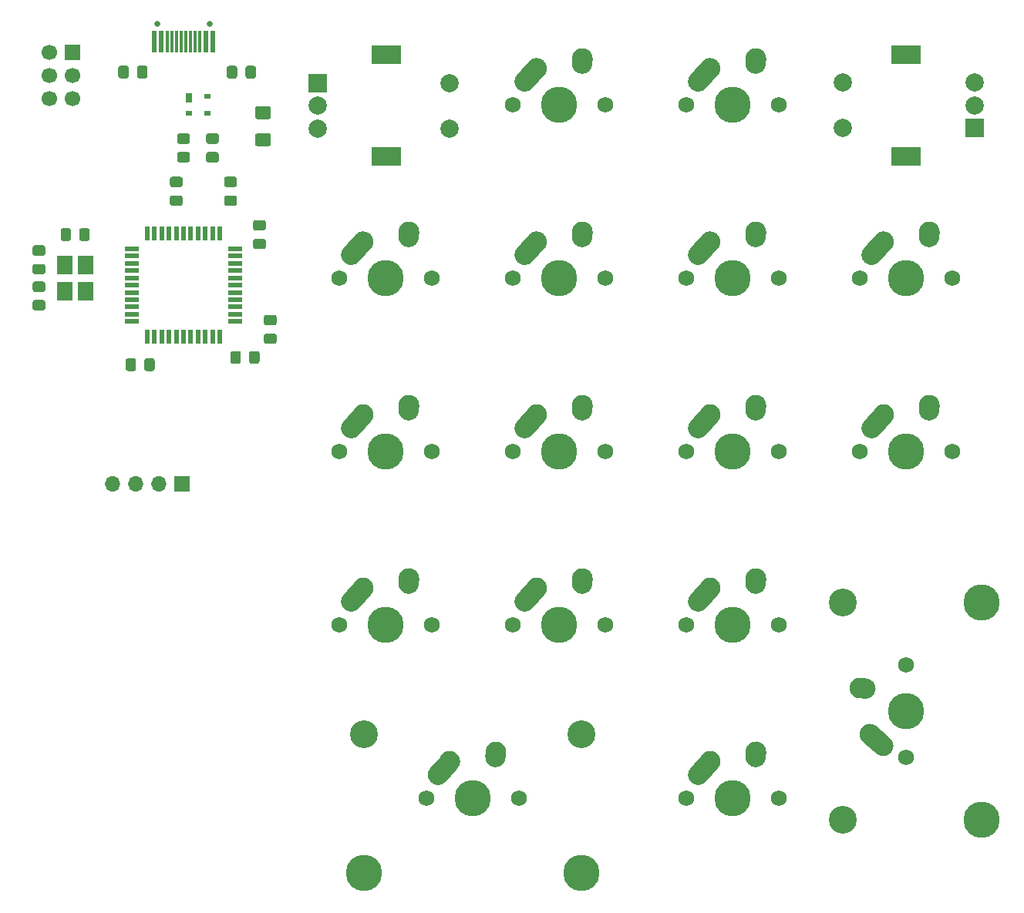
<source format=gbr>
G04 #@! TF.GenerationSoftware,KiCad,Pcbnew,(5.1.9)-1*
G04 #@! TF.CreationDate,2021-05-12T14:45:45+02:00*
G04 #@! TF.ProjectId,RotPad,526f7450-6164-42e6-9b69-6361645f7063,rev?*
G04 #@! TF.SameCoordinates,Original*
G04 #@! TF.FileFunction,Soldermask,Top*
G04 #@! TF.FilePolarity,Negative*
%FSLAX46Y46*%
G04 Gerber Fmt 4.6, Leading zero omitted, Abs format (unit mm)*
G04 Created by KiCad (PCBNEW (5.1.9)-1) date 2021-05-12 14:45:45*
%MOMM*%
%LPD*%
G01*
G04 APERTURE LIST*
%ADD10C,2.250000*%
%ADD11C,3.987800*%
%ADD12C,1.750000*%
%ADD13R,2.000000X2.000000*%
%ADD14C,2.000000*%
%ADD15R,3.200000X2.000000*%
%ADD16R,1.700000X1.700000*%
%ADD17O,1.700000X1.700000*%
%ADD18C,1.700000*%
%ADD19C,3.048000*%
%ADD20R,0.550000X1.500000*%
%ADD21R,1.500000X0.550000*%
%ADD22R,1.800000X2.100000*%
%ADD23R,0.700000X1.000000*%
%ADD24R,0.700000X0.600000*%
%ADD25C,0.650000*%
%ADD26R,0.300000X2.450000*%
%ADD27R,0.600000X2.450000*%
G04 APERTURE END LIST*
G36*
G01*
X142112724Y-114883560D02*
X142112724Y-114883560D01*
G75*
G02*
X141068940Y-113682824I78476J1122260D01*
G01*
X141109494Y-113102862D01*
G75*
G02*
X142310230Y-112059078I1122260J-78476D01*
G01*
X142310230Y-112059078D01*
G75*
G02*
X143354014Y-113259814I-78476J-1122260D01*
G01*
X143313460Y-113839776D01*
G75*
G02*
X142112724Y-114883560I-1122260J78476D01*
G01*
G37*
D10*
X142231200Y-113181300D03*
G36*
G01*
X135128428Y-116557338D02*
X135128428Y-116557338D01*
G75*
G02*
X135045162Y-114968528I752772J836038D01*
G01*
X136357700Y-113510808D01*
G75*
G02*
X137946510Y-113427542I836038J-752772D01*
G01*
X137946510Y-113427542D01*
G75*
G02*
X138029776Y-115016352I-752772J-836038D01*
G01*
X136717238Y-116474072D01*
G75*
G02*
X135128428Y-116557338I-836038J752772D01*
G01*
G37*
D11*
X139691200Y-118261300D03*
D10*
X137191200Y-114261300D03*
D12*
X134611200Y-118261300D03*
X144771200Y-118261300D03*
G36*
G01*
X123063924Y-114883560D02*
X123063924Y-114883560D01*
G75*
G02*
X122020140Y-113682824I78476J1122260D01*
G01*
X122060694Y-113102862D01*
G75*
G02*
X123261430Y-112059078I1122260J-78476D01*
G01*
X123261430Y-112059078D01*
G75*
G02*
X124305214Y-113259814I-78476J-1122260D01*
G01*
X124264660Y-113839776D01*
G75*
G02*
X123063924Y-114883560I-1122260J78476D01*
G01*
G37*
D10*
X123182400Y-113181300D03*
G36*
G01*
X116079628Y-116557338D02*
X116079628Y-116557338D01*
G75*
G02*
X115996362Y-114968528I752772J836038D01*
G01*
X117308900Y-113510808D01*
G75*
G02*
X118897710Y-113427542I836038J-752772D01*
G01*
X118897710Y-113427542D01*
G75*
G02*
X118980976Y-115016352I-752772J-836038D01*
G01*
X117668438Y-116474072D01*
G75*
G02*
X116079628Y-116557338I-836038J752772D01*
G01*
G37*
D11*
X120642400Y-118261300D03*
D10*
X118142400Y-114261300D03*
D12*
X115562400Y-118261300D03*
X125722400Y-118261300D03*
G36*
G01*
X161161524Y-76785960D02*
X161161524Y-76785960D01*
G75*
G02*
X160117740Y-75585224I78476J1122260D01*
G01*
X160158294Y-75005262D01*
G75*
G02*
X161359030Y-73961478I1122260J-78476D01*
G01*
X161359030Y-73961478D01*
G75*
G02*
X162402814Y-75162214I-78476J-1122260D01*
G01*
X162362260Y-75742176D01*
G75*
G02*
X161161524Y-76785960I-1122260J78476D01*
G01*
G37*
D10*
X161280000Y-75083700D03*
G36*
G01*
X154177228Y-78459738D02*
X154177228Y-78459738D01*
G75*
G02*
X154093962Y-76870928I752772J836038D01*
G01*
X155406500Y-75413208D01*
G75*
G02*
X156995310Y-75329942I836038J-752772D01*
G01*
X156995310Y-75329942D01*
G75*
G02*
X157078576Y-76918752I-752772J-836038D01*
G01*
X155766038Y-78376472D01*
G75*
G02*
X154177228Y-78459738I-836038J752772D01*
G01*
G37*
D11*
X158740000Y-80163700D03*
D10*
X156240000Y-76163700D03*
D12*
X153660000Y-80163700D03*
X163820000Y-80163700D03*
D13*
X166233300Y-63696000D03*
D14*
X166233300Y-61196000D03*
X166233300Y-58696000D03*
D15*
X158733300Y-66796000D03*
X158733300Y-55596000D03*
D14*
X151733300Y-63696000D03*
X151733300Y-58696000D03*
D16*
X79170000Y-102784150D03*
D17*
X76630000Y-102784150D03*
X74090000Y-102784150D03*
X71550000Y-102784150D03*
D18*
X64607100Y-60480100D03*
X67147100Y-60480100D03*
X64607100Y-57940100D03*
X67147100Y-57940100D03*
X64607100Y-55400100D03*
D16*
X67147100Y-55400100D03*
G36*
G01*
X142112724Y-57737160D02*
X142112724Y-57737160D01*
G75*
G02*
X141068940Y-56536424I78476J1122260D01*
G01*
X141109494Y-55956462D01*
G75*
G02*
X142310230Y-54912678I1122260J-78476D01*
G01*
X142310230Y-54912678D01*
G75*
G02*
X143354014Y-56113414I-78476J-1122260D01*
G01*
X143313460Y-56693376D01*
G75*
G02*
X142112724Y-57737160I-1122260J78476D01*
G01*
G37*
D10*
X142231200Y-56034900D03*
G36*
G01*
X135128428Y-59410938D02*
X135128428Y-59410938D01*
G75*
G02*
X135045162Y-57822128I752772J836038D01*
G01*
X136357700Y-56364408D01*
G75*
G02*
X137946510Y-56281142I836038J-752772D01*
G01*
X137946510Y-56281142D01*
G75*
G02*
X138029776Y-57869952I-752772J-836038D01*
G01*
X136717238Y-59327672D01*
G75*
G02*
X135128428Y-59410938I-836038J752772D01*
G01*
G37*
D11*
X139691200Y-61114900D03*
D10*
X137191200Y-57114900D03*
D12*
X134611200Y-61114900D03*
X144771200Y-61114900D03*
G36*
G01*
X123063924Y-57737160D02*
X123063924Y-57737160D01*
G75*
G02*
X122020140Y-56536424I78476J1122260D01*
G01*
X122060694Y-55956462D01*
G75*
G02*
X123261430Y-54912678I1122260J-78476D01*
G01*
X123261430Y-54912678D01*
G75*
G02*
X124305214Y-56113414I-78476J-1122260D01*
G01*
X124264660Y-56693376D01*
G75*
G02*
X123063924Y-57737160I-1122260J78476D01*
G01*
G37*
D10*
X123182400Y-56034900D03*
G36*
G01*
X116079628Y-59410938D02*
X116079628Y-59410938D01*
G75*
G02*
X115996362Y-57822128I752772J836038D01*
G01*
X117308900Y-56364408D01*
G75*
G02*
X118897710Y-56281142I836038J-752772D01*
G01*
X118897710Y-56281142D01*
G75*
G02*
X118980976Y-57869952I-752772J-836038D01*
G01*
X117668438Y-59327672D01*
G75*
G02*
X116079628Y-59410938I-836038J752772D01*
G01*
G37*
D11*
X120642400Y-61114900D03*
D10*
X118142400Y-57114900D03*
D12*
X115562400Y-61114900D03*
X125722400Y-61114900D03*
G36*
G01*
X123063924Y-76785960D02*
X123063924Y-76785960D01*
G75*
G02*
X122020140Y-75585224I78476J1122260D01*
G01*
X122060694Y-75005262D01*
G75*
G02*
X123261430Y-73961478I1122260J-78476D01*
G01*
X123261430Y-73961478D01*
G75*
G02*
X124305214Y-75162214I-78476J-1122260D01*
G01*
X124264660Y-75742176D01*
G75*
G02*
X123063924Y-76785960I-1122260J78476D01*
G01*
G37*
D10*
X123182400Y-75083700D03*
G36*
G01*
X116079628Y-78459738D02*
X116079628Y-78459738D01*
G75*
G02*
X115996362Y-76870928I752772J836038D01*
G01*
X117308900Y-75413208D01*
G75*
G02*
X118897710Y-75329942I836038J-752772D01*
G01*
X118897710Y-75329942D01*
G75*
G02*
X118980976Y-76918752I-752772J-836038D01*
G01*
X117668438Y-78376472D01*
G75*
G02*
X116079628Y-78459738I-836038J752772D01*
G01*
G37*
D11*
X120642400Y-80163700D03*
D10*
X118142400Y-76163700D03*
D12*
X115562400Y-80163700D03*
X125722400Y-80163700D03*
G36*
G01*
X123063924Y-95834760D02*
X123063924Y-95834760D01*
G75*
G02*
X122020140Y-94634024I78476J1122260D01*
G01*
X122060694Y-94054062D01*
G75*
G02*
X123261430Y-93010278I1122260J-78476D01*
G01*
X123261430Y-93010278D01*
G75*
G02*
X124305214Y-94211014I-78476J-1122260D01*
G01*
X124264660Y-94790976D01*
G75*
G02*
X123063924Y-95834760I-1122260J78476D01*
G01*
G37*
D10*
X123182400Y-94132500D03*
G36*
G01*
X116079628Y-97508538D02*
X116079628Y-97508538D01*
G75*
G02*
X115996362Y-95919728I752772J836038D01*
G01*
X117308900Y-94462008D01*
G75*
G02*
X118897710Y-94378742I836038J-752772D01*
G01*
X118897710Y-94378742D01*
G75*
G02*
X118980976Y-95967552I-752772J-836038D01*
G01*
X117668438Y-97425272D01*
G75*
G02*
X116079628Y-97508538I-836038J752772D01*
G01*
G37*
D11*
X120642400Y-99212500D03*
D10*
X118142400Y-95212500D03*
D12*
X115562400Y-99212500D03*
X125722400Y-99212500D03*
G36*
G01*
X104015124Y-76785960D02*
X104015124Y-76785960D01*
G75*
G02*
X102971340Y-75585224I78476J1122260D01*
G01*
X103011894Y-75005262D01*
G75*
G02*
X104212630Y-73961478I1122260J-78476D01*
G01*
X104212630Y-73961478D01*
G75*
G02*
X105256414Y-75162214I-78476J-1122260D01*
G01*
X105215860Y-75742176D01*
G75*
G02*
X104015124Y-76785960I-1122260J78476D01*
G01*
G37*
D10*
X104133600Y-75083700D03*
G36*
G01*
X97030828Y-78459738D02*
X97030828Y-78459738D01*
G75*
G02*
X96947562Y-76870928I752772J836038D01*
G01*
X98260100Y-75413208D01*
G75*
G02*
X99848910Y-75329942I836038J-752772D01*
G01*
X99848910Y-75329942D01*
G75*
G02*
X99932176Y-76918752I-752772J-836038D01*
G01*
X98619638Y-78376472D01*
G75*
G02*
X97030828Y-78459738I-836038J752772D01*
G01*
G37*
D11*
X101593600Y-80163700D03*
D10*
X99093600Y-76163700D03*
D12*
X96513600Y-80163700D03*
X106673600Y-80163700D03*
G36*
G01*
X142112724Y-76785960D02*
X142112724Y-76785960D01*
G75*
G02*
X141068940Y-75585224I78476J1122260D01*
G01*
X141109494Y-75005262D01*
G75*
G02*
X142310230Y-73961478I1122260J-78476D01*
G01*
X142310230Y-73961478D01*
G75*
G02*
X143354014Y-75162214I-78476J-1122260D01*
G01*
X143313460Y-75742176D01*
G75*
G02*
X142112724Y-76785960I-1122260J78476D01*
G01*
G37*
D10*
X142231200Y-75083700D03*
G36*
G01*
X135128428Y-78459738D02*
X135128428Y-78459738D01*
G75*
G02*
X135045162Y-76870928I752772J836038D01*
G01*
X136357700Y-75413208D01*
G75*
G02*
X137946510Y-75329942I836038J-752772D01*
G01*
X137946510Y-75329942D01*
G75*
G02*
X138029776Y-76918752I-752772J-836038D01*
G01*
X136717238Y-78376472D01*
G75*
G02*
X135128428Y-78459738I-836038J752772D01*
G01*
G37*
D11*
X139691200Y-80163700D03*
D10*
X137191200Y-76163700D03*
D12*
X134611200Y-80163700D03*
X144771200Y-80163700D03*
G36*
G01*
X104015124Y-95834760D02*
X104015124Y-95834760D01*
G75*
G02*
X102971340Y-94634024I78476J1122260D01*
G01*
X103011894Y-94054062D01*
G75*
G02*
X104212630Y-93010278I1122260J-78476D01*
G01*
X104212630Y-93010278D01*
G75*
G02*
X105256414Y-94211014I-78476J-1122260D01*
G01*
X105215860Y-94790976D01*
G75*
G02*
X104015124Y-95834760I-1122260J78476D01*
G01*
G37*
D10*
X104133600Y-94132500D03*
G36*
G01*
X97030828Y-97508538D02*
X97030828Y-97508538D01*
G75*
G02*
X96947562Y-95919728I752772J836038D01*
G01*
X98260100Y-94462008D01*
G75*
G02*
X99848910Y-94378742I836038J-752772D01*
G01*
X99848910Y-94378742D01*
G75*
G02*
X99932176Y-95967552I-752772J-836038D01*
G01*
X98619638Y-97425272D01*
G75*
G02*
X97030828Y-97508538I-836038J752772D01*
G01*
G37*
D11*
X101593600Y-99212500D03*
D10*
X99093600Y-95212500D03*
D12*
X96513600Y-99212500D03*
X106673600Y-99212500D03*
G36*
G01*
X142112724Y-95834760D02*
X142112724Y-95834760D01*
G75*
G02*
X141068940Y-94634024I78476J1122260D01*
G01*
X141109494Y-94054062D01*
G75*
G02*
X142310230Y-93010278I1122260J-78476D01*
G01*
X142310230Y-93010278D01*
G75*
G02*
X143354014Y-94211014I-78476J-1122260D01*
G01*
X143313460Y-94790976D01*
G75*
G02*
X142112724Y-95834760I-1122260J78476D01*
G01*
G37*
D10*
X142231200Y-94132500D03*
G36*
G01*
X135128428Y-97508538D02*
X135128428Y-97508538D01*
G75*
G02*
X135045162Y-95919728I752772J836038D01*
G01*
X136357700Y-94462008D01*
G75*
G02*
X137946510Y-94378742I836038J-752772D01*
G01*
X137946510Y-94378742D01*
G75*
G02*
X138029776Y-95967552I-752772J-836038D01*
G01*
X136717238Y-97425272D01*
G75*
G02*
X135128428Y-97508538I-836038J752772D01*
G01*
G37*
D11*
X139691200Y-99212500D03*
D10*
X137191200Y-95212500D03*
D12*
X134611200Y-99212500D03*
X144771200Y-99212500D03*
G36*
G01*
X113539524Y-133932360D02*
X113539524Y-133932360D01*
G75*
G02*
X112495740Y-132731624I78476J1122260D01*
G01*
X112536294Y-132151662D01*
G75*
G02*
X113737030Y-131107878I1122260J-78476D01*
G01*
X113737030Y-131107878D01*
G75*
G02*
X114780814Y-132308614I-78476J-1122260D01*
G01*
X114740260Y-132888576D01*
G75*
G02*
X113539524Y-133932360I-1122260J78476D01*
G01*
G37*
D10*
X113658000Y-132230100D03*
G36*
G01*
X106555228Y-135606138D02*
X106555228Y-135606138D01*
G75*
G02*
X106471962Y-134017328I752772J836038D01*
G01*
X107784500Y-132559608D01*
G75*
G02*
X109373310Y-132476342I836038J-752772D01*
G01*
X109373310Y-132476342D01*
G75*
G02*
X109456576Y-134065152I-752772J-836038D01*
G01*
X108144038Y-135522872D01*
G75*
G02*
X106555228Y-135606138I-836038J752772D01*
G01*
G37*
D11*
X111118000Y-137310100D03*
D10*
X108618000Y-133310100D03*
D12*
X106038000Y-137310100D03*
X116198000Y-137310100D03*
D19*
X99180000Y-130325100D03*
X123056000Y-130325100D03*
D11*
X99180000Y-145565100D03*
X123056000Y-145565100D03*
G36*
G01*
X155362260Y-125364176D02*
X155362260Y-125364176D01*
G75*
G02*
X154161524Y-126407960I-1122260J78476D01*
G01*
X153581562Y-126367406D01*
G75*
G02*
X152537778Y-125166670I78476J1122260D01*
G01*
X152537778Y-125166670D01*
G75*
G02*
X153738514Y-124122886I1122260J-78476D01*
G01*
X154318476Y-124163440D01*
G75*
G02*
X155362260Y-125364176I-78476J-1122260D01*
G01*
G37*
D10*
X153660000Y-125245700D03*
G36*
G01*
X157036038Y-132348472D02*
X157036038Y-132348472D01*
G75*
G02*
X155447228Y-132431738I-836038J752772D01*
G01*
X153989508Y-131119200D01*
G75*
G02*
X153906242Y-129530390I752772J836038D01*
G01*
X153906242Y-129530390D01*
G75*
G02*
X155495052Y-129447124I836038J-752772D01*
G01*
X156952772Y-130759662D01*
G75*
G02*
X157036038Y-132348472I-752772J-836038D01*
G01*
G37*
D11*
X158740000Y-127785700D03*
D10*
X154740000Y-130285700D03*
D12*
X158740000Y-132865700D03*
X158740000Y-122705700D03*
D19*
X151755000Y-139723700D03*
X151755000Y-115847700D03*
D11*
X166995000Y-139723700D03*
X166995000Y-115847700D03*
G36*
G01*
X161161524Y-95834760D02*
X161161524Y-95834760D01*
G75*
G02*
X160117740Y-94634024I78476J1122260D01*
G01*
X160158294Y-94054062D01*
G75*
G02*
X161359030Y-93010278I1122260J-78476D01*
G01*
X161359030Y-93010278D01*
G75*
G02*
X162402814Y-94211014I-78476J-1122260D01*
G01*
X162362260Y-94790976D01*
G75*
G02*
X161161524Y-95834760I-1122260J78476D01*
G01*
G37*
D10*
X161280000Y-94132500D03*
G36*
G01*
X154177228Y-97508538D02*
X154177228Y-97508538D01*
G75*
G02*
X154093962Y-95919728I752772J836038D01*
G01*
X155406500Y-94462008D01*
G75*
G02*
X156995310Y-94378742I836038J-752772D01*
G01*
X156995310Y-94378742D01*
G75*
G02*
X157078576Y-95967552I-752772J-836038D01*
G01*
X155766038Y-97425272D01*
G75*
G02*
X154177228Y-97508538I-836038J752772D01*
G01*
G37*
D11*
X158740000Y-99212500D03*
D10*
X156240000Y-95212500D03*
D12*
X153660000Y-99212500D03*
X163820000Y-99212500D03*
G36*
G01*
X104015124Y-114883560D02*
X104015124Y-114883560D01*
G75*
G02*
X102971340Y-113682824I78476J1122260D01*
G01*
X103011894Y-113102862D01*
G75*
G02*
X104212630Y-112059078I1122260J-78476D01*
G01*
X104212630Y-112059078D01*
G75*
G02*
X105256414Y-113259814I-78476J-1122260D01*
G01*
X105215860Y-113839776D01*
G75*
G02*
X104015124Y-114883560I-1122260J78476D01*
G01*
G37*
D10*
X104133600Y-113181300D03*
G36*
G01*
X97030828Y-116557338D02*
X97030828Y-116557338D01*
G75*
G02*
X96947562Y-114968528I752772J836038D01*
G01*
X98260100Y-113510808D01*
G75*
G02*
X99848910Y-113427542I836038J-752772D01*
G01*
X99848910Y-113427542D01*
G75*
G02*
X99932176Y-115016352I-752772J-836038D01*
G01*
X98619638Y-116474072D01*
G75*
G02*
X97030828Y-116557338I-836038J752772D01*
G01*
G37*
D11*
X101593600Y-118261300D03*
D10*
X99093600Y-114261300D03*
D12*
X96513600Y-118261300D03*
X106673600Y-118261300D03*
G36*
G01*
X142112724Y-133932360D02*
X142112724Y-133932360D01*
G75*
G02*
X141068940Y-132731624I78476J1122260D01*
G01*
X141109494Y-132151662D01*
G75*
G02*
X142310230Y-131107878I1122260J-78476D01*
G01*
X142310230Y-131107878D01*
G75*
G02*
X143354014Y-132308614I-78476J-1122260D01*
G01*
X143313460Y-132888576D01*
G75*
G02*
X142112724Y-133932360I-1122260J78476D01*
G01*
G37*
D10*
X142231200Y-132230100D03*
G36*
G01*
X135128428Y-135606138D02*
X135128428Y-135606138D01*
G75*
G02*
X135045162Y-134017328I752772J836038D01*
G01*
X136357700Y-132559608D01*
G75*
G02*
X137946510Y-132476342I836038J-752772D01*
G01*
X137946510Y-132476342D01*
G75*
G02*
X138029776Y-134065152I-752772J-836038D01*
G01*
X136717238Y-135522872D01*
G75*
G02*
X135128428Y-135606138I-836038J752772D01*
G01*
G37*
D11*
X139691200Y-137310100D03*
D10*
X137191200Y-133310100D03*
D12*
X134611200Y-137310100D03*
X144771200Y-137310100D03*
D20*
X83370000Y-75257400D03*
X82570000Y-75257400D03*
X81770000Y-75257400D03*
X80970000Y-75257400D03*
X80170000Y-75257400D03*
X79370000Y-75257400D03*
X78570000Y-75257400D03*
X77770000Y-75257400D03*
X76970000Y-75257400D03*
X76170000Y-75257400D03*
X75370000Y-75257400D03*
D21*
X73670000Y-76957400D03*
X73670000Y-77757400D03*
X73670000Y-78557400D03*
X73670000Y-79357400D03*
X73670000Y-80157400D03*
X73670000Y-80957400D03*
X73670000Y-81757400D03*
X73670000Y-82557400D03*
X73670000Y-83357400D03*
X73670000Y-84157400D03*
X73670000Y-84957400D03*
D20*
X75370000Y-86657400D03*
X76170000Y-86657400D03*
X76970000Y-86657400D03*
X77770000Y-86657400D03*
X78570000Y-86657400D03*
X79370000Y-86657400D03*
X80170000Y-86657400D03*
X80970000Y-86657400D03*
X81770000Y-86657400D03*
X82570000Y-86657400D03*
X83370000Y-86657400D03*
D21*
X85070000Y-84957400D03*
X85070000Y-84157400D03*
X85070000Y-83357400D03*
X85070000Y-82557400D03*
X85070000Y-81757400D03*
X85070000Y-80957400D03*
X85070000Y-80157400D03*
X85070000Y-79357400D03*
X85070000Y-78557400D03*
X85070000Y-77757400D03*
X85070000Y-76957400D03*
G36*
G01*
X63045999Y-78626300D02*
X63946001Y-78626300D01*
G75*
G02*
X64196000Y-78876299I0J-249999D01*
G01*
X64196000Y-79526301D01*
G75*
G02*
X63946001Y-79776300I-249999J0D01*
G01*
X63045999Y-79776300D01*
G75*
G02*
X62796000Y-79526301I0J249999D01*
G01*
X62796000Y-78876299D01*
G75*
G02*
X63045999Y-78626300I249999J0D01*
G01*
G37*
G36*
G01*
X63045999Y-76576300D02*
X63946001Y-76576300D01*
G75*
G02*
X64196000Y-76826299I0J-249999D01*
G01*
X64196000Y-77476301D01*
G75*
G02*
X63946001Y-77726300I-249999J0D01*
G01*
X63045999Y-77726300D01*
G75*
G02*
X62796000Y-77476301I0J249999D01*
G01*
X62796000Y-76826299D01*
G75*
G02*
X63045999Y-76576300I249999J0D01*
G01*
G37*
G36*
G01*
X79026301Y-72239300D02*
X78126299Y-72239300D01*
G75*
G02*
X77876300Y-71989301I0J249999D01*
G01*
X77876300Y-71339299D01*
G75*
G02*
X78126299Y-71089300I249999J0D01*
G01*
X79026301Y-71089300D01*
G75*
G02*
X79276300Y-71339299I0J-249999D01*
G01*
X79276300Y-71989301D01*
G75*
G02*
X79026301Y-72239300I-249999J0D01*
G01*
G37*
G36*
G01*
X79026301Y-70189300D02*
X78126299Y-70189300D01*
G75*
G02*
X77876300Y-69939301I0J249999D01*
G01*
X77876300Y-69289299D01*
G75*
G02*
X78126299Y-69039300I249999J0D01*
G01*
X79026301Y-69039300D01*
G75*
G02*
X79276300Y-69289299I0J-249999D01*
G01*
X79276300Y-69939301D01*
G75*
G02*
X79026301Y-70189300I-249999J0D01*
G01*
G37*
D22*
X66314500Y-78713700D03*
X66314500Y-81613700D03*
X68614500Y-81613700D03*
X68614500Y-78713700D03*
G36*
G01*
X63946001Y-83744800D02*
X63045999Y-83744800D01*
G75*
G02*
X62796000Y-83494801I0J249999D01*
G01*
X62796000Y-82844799D01*
G75*
G02*
X63045999Y-82594800I249999J0D01*
G01*
X63946001Y-82594800D01*
G75*
G02*
X64196000Y-82844799I0J-249999D01*
G01*
X64196000Y-83494801D01*
G75*
G02*
X63946001Y-83744800I-249999J0D01*
G01*
G37*
G36*
G01*
X63946001Y-81694800D02*
X63045999Y-81694800D01*
G75*
G02*
X62796000Y-81444801I0J249999D01*
G01*
X62796000Y-80794799D01*
G75*
G02*
X63045999Y-80544800I249999J0D01*
G01*
X63946001Y-80544800D01*
G75*
G02*
X64196000Y-80794799I0J-249999D01*
G01*
X64196000Y-81444801D01*
G75*
G02*
X63946001Y-81694800I-249999J0D01*
G01*
G37*
G36*
G01*
X74157800Y-89238099D02*
X74157800Y-90138101D01*
G75*
G02*
X73907801Y-90388100I-249999J0D01*
G01*
X73257799Y-90388100D01*
G75*
G02*
X73007800Y-90138101I0J249999D01*
G01*
X73007800Y-89238099D01*
G75*
G02*
X73257799Y-88988100I249999J0D01*
G01*
X73907801Y-88988100D01*
G75*
G02*
X74157800Y-89238099I0J-249999D01*
G01*
G37*
G36*
G01*
X76207800Y-89238099D02*
X76207800Y-90138101D01*
G75*
G02*
X75957801Y-90388100I-249999J0D01*
G01*
X75307799Y-90388100D01*
G75*
G02*
X75057800Y-90138101I0J249999D01*
G01*
X75057800Y-89238099D01*
G75*
G02*
X75307799Y-88988100I249999J0D01*
G01*
X75957801Y-88988100D01*
G75*
G02*
X76207800Y-89238099I0J-249999D01*
G01*
G37*
G36*
G01*
X87253849Y-75851500D02*
X88153851Y-75851500D01*
G75*
G02*
X88403850Y-76101499I0J-249999D01*
G01*
X88403850Y-76751501D01*
G75*
G02*
X88153851Y-77001500I-249999J0D01*
G01*
X87253849Y-77001500D01*
G75*
G02*
X87003850Y-76751501I0J249999D01*
G01*
X87003850Y-76101499D01*
G75*
G02*
X87253849Y-75851500I249999J0D01*
G01*
G37*
G36*
G01*
X87253849Y-73801500D02*
X88153851Y-73801500D01*
G75*
G02*
X88403850Y-74051499I0J-249999D01*
G01*
X88403850Y-74701501D01*
G75*
G02*
X88153851Y-74951500I-249999J0D01*
G01*
X87253849Y-74951500D01*
G75*
G02*
X87003850Y-74701501I0J249999D01*
G01*
X87003850Y-74051499D01*
G75*
G02*
X87253849Y-73801500I249999J0D01*
G01*
G37*
G36*
G01*
X67014500Y-74951499D02*
X67014500Y-75851501D01*
G75*
G02*
X66764501Y-76101500I-249999J0D01*
G01*
X66114499Y-76101500D01*
G75*
G02*
X65864500Y-75851501I0J249999D01*
G01*
X65864500Y-74951499D01*
G75*
G02*
X66114499Y-74701500I249999J0D01*
G01*
X66764501Y-74701500D01*
G75*
G02*
X67014500Y-74951499I0J-249999D01*
G01*
G37*
G36*
G01*
X69064500Y-74951499D02*
X69064500Y-75851501D01*
G75*
G02*
X68814501Y-76101500I-249999J0D01*
G01*
X68164499Y-76101500D01*
G75*
G02*
X67914500Y-75851501I0J249999D01*
G01*
X67914500Y-74951499D01*
G75*
G02*
X68164499Y-74701500I249999J0D01*
G01*
X68814501Y-74701500D01*
G75*
G02*
X69064500Y-74951499I0J-249999D01*
G01*
G37*
G36*
G01*
X84979051Y-72239300D02*
X84079049Y-72239300D01*
G75*
G02*
X83829050Y-71989301I0J249999D01*
G01*
X83829050Y-71339299D01*
G75*
G02*
X84079049Y-71089300I249999J0D01*
G01*
X84979051Y-71089300D01*
G75*
G02*
X85229050Y-71339299I0J-249999D01*
G01*
X85229050Y-71989301D01*
G75*
G02*
X84979051Y-72239300I-249999J0D01*
G01*
G37*
G36*
G01*
X84979051Y-70189300D02*
X84079049Y-70189300D01*
G75*
G02*
X83829050Y-69939301I0J249999D01*
G01*
X83829050Y-69289299D01*
G75*
G02*
X84079049Y-69039300I249999J0D01*
G01*
X84979051Y-69039300D01*
G75*
G02*
X85229050Y-69289299I0J-249999D01*
G01*
X85229050Y-69939301D01*
G75*
G02*
X84979051Y-70189300I-249999J0D01*
G01*
G37*
G36*
G01*
X89344401Y-85366450D02*
X88444399Y-85366450D01*
G75*
G02*
X88194400Y-85116451I0J249999D01*
G01*
X88194400Y-84466449D01*
G75*
G02*
X88444399Y-84216450I249999J0D01*
G01*
X89344401Y-84216450D01*
G75*
G02*
X89594400Y-84466449I0J-249999D01*
G01*
X89594400Y-85116451D01*
G75*
G02*
X89344401Y-85366450I-249999J0D01*
G01*
G37*
G36*
G01*
X89344401Y-87416450D02*
X88444399Y-87416450D01*
G75*
G02*
X88194400Y-87166451I0J249999D01*
G01*
X88194400Y-86516449D01*
G75*
G02*
X88444399Y-86266450I249999J0D01*
G01*
X89344401Y-86266450D01*
G75*
G02*
X89594400Y-86516449I0J-249999D01*
G01*
X89594400Y-87166451D01*
G75*
G02*
X89344401Y-87416450I-249999J0D01*
G01*
G37*
G36*
G01*
X87475700Y-64271000D02*
X88725700Y-64271000D01*
G75*
G02*
X88975700Y-64521000I0J-250000D01*
G01*
X88975700Y-65446000D01*
G75*
G02*
X88725700Y-65696000I-250000J0D01*
G01*
X87475700Y-65696000D01*
G75*
G02*
X87225700Y-65446000I0J250000D01*
G01*
X87225700Y-64521000D01*
G75*
G02*
X87475700Y-64271000I250000J0D01*
G01*
G37*
G36*
G01*
X87475700Y-61296000D02*
X88725700Y-61296000D01*
G75*
G02*
X88975700Y-61546000I0J-250000D01*
G01*
X88975700Y-62471000D01*
G75*
G02*
X88725700Y-62721000I-250000J0D01*
G01*
X87475700Y-62721000D01*
G75*
G02*
X87225700Y-62471000I0J250000D01*
G01*
X87225700Y-61546000D01*
G75*
G02*
X87475700Y-61296000I250000J0D01*
G01*
G37*
G36*
G01*
X85666450Y-88444399D02*
X85666450Y-89344401D01*
G75*
G02*
X85416451Y-89594400I-249999J0D01*
G01*
X84766449Y-89594400D01*
G75*
G02*
X84516450Y-89344401I0J249999D01*
G01*
X84516450Y-88444399D01*
G75*
G02*
X84766449Y-88194400I249999J0D01*
G01*
X85416451Y-88194400D01*
G75*
G02*
X85666450Y-88444399I0J-249999D01*
G01*
G37*
G36*
G01*
X87716450Y-88444399D02*
X87716450Y-89344401D01*
G75*
G02*
X87466451Y-89594400I-249999J0D01*
G01*
X86816449Y-89594400D01*
G75*
G02*
X86566450Y-89344401I0J249999D01*
G01*
X86566450Y-88444399D01*
G75*
G02*
X86816449Y-88194400I249999J0D01*
G01*
X87466451Y-88194400D01*
G75*
G02*
X87716450Y-88444399I0J-249999D01*
G01*
G37*
D14*
X108600300Y-63733800D03*
X108600300Y-58733800D03*
D15*
X101600300Y-66833800D03*
X101600300Y-55633800D03*
D14*
X94100300Y-63733800D03*
X94100300Y-61233800D03*
D13*
X94100300Y-58733800D03*
D23*
X79957400Y-60364900D03*
D24*
X81957400Y-60164900D03*
X79957400Y-62064900D03*
X81957400Y-62064900D03*
G36*
G01*
X82994801Y-67477100D02*
X82094799Y-67477100D01*
G75*
G02*
X81844800Y-67227101I0J249999D01*
G01*
X81844800Y-66577099D01*
G75*
G02*
X82094799Y-66327100I249999J0D01*
G01*
X82994801Y-66327100D01*
G75*
G02*
X83244800Y-66577099I0J-249999D01*
G01*
X83244800Y-67227101D01*
G75*
G02*
X82994801Y-67477100I-249999J0D01*
G01*
G37*
G36*
G01*
X82994801Y-65427100D02*
X82094799Y-65427100D01*
G75*
G02*
X81844800Y-65177101I0J249999D01*
G01*
X81844800Y-64527099D01*
G75*
G02*
X82094799Y-64277100I249999J0D01*
G01*
X82994801Y-64277100D01*
G75*
G02*
X83244800Y-64527099I0J-249999D01*
G01*
X83244800Y-65177101D01*
G75*
G02*
X82994801Y-65427100I-249999J0D01*
G01*
G37*
G36*
G01*
X79820001Y-65427100D02*
X78919999Y-65427100D01*
G75*
G02*
X78670000Y-65177101I0J249999D01*
G01*
X78670000Y-64527099D01*
G75*
G02*
X78919999Y-64277100I249999J0D01*
G01*
X79820001Y-64277100D01*
G75*
G02*
X80070000Y-64527099I0J-249999D01*
G01*
X80070000Y-65177101D01*
G75*
G02*
X79820001Y-65427100I-249999J0D01*
G01*
G37*
G36*
G01*
X79820001Y-67477100D02*
X78919999Y-67477100D01*
G75*
G02*
X78670000Y-67227101I0J249999D01*
G01*
X78670000Y-66577099D01*
G75*
G02*
X78919999Y-66327100I249999J0D01*
G01*
X79820001Y-66327100D01*
G75*
G02*
X80070000Y-66577099I0J-249999D01*
G01*
X80070000Y-67227101D01*
G75*
G02*
X79820001Y-67477100I-249999J0D01*
G01*
G37*
G36*
G01*
X73364100Y-57093249D02*
X73364100Y-57993251D01*
G75*
G02*
X73114101Y-58243250I-249999J0D01*
G01*
X72464099Y-58243250D01*
G75*
G02*
X72214100Y-57993251I0J249999D01*
G01*
X72214100Y-57093249D01*
G75*
G02*
X72464099Y-56843250I249999J0D01*
G01*
X73114101Y-56843250D01*
G75*
G02*
X73364100Y-57093249I0J-249999D01*
G01*
G37*
G36*
G01*
X75414100Y-57093249D02*
X75414100Y-57993251D01*
G75*
G02*
X75164101Y-58243250I-249999J0D01*
G01*
X74514099Y-58243250D01*
G75*
G02*
X74264100Y-57993251I0J249999D01*
G01*
X74264100Y-57093249D01*
G75*
G02*
X74514099Y-56843250I249999J0D01*
G01*
X75164101Y-56843250D01*
G75*
G02*
X75414100Y-57093249I0J-249999D01*
G01*
G37*
G36*
G01*
X84119600Y-57993251D02*
X84119600Y-57093249D01*
G75*
G02*
X84369599Y-56843250I249999J0D01*
G01*
X85019601Y-56843250D01*
G75*
G02*
X85269600Y-57093249I0J-249999D01*
G01*
X85269600Y-57993251D01*
G75*
G02*
X85019601Y-58243250I-249999J0D01*
G01*
X84369599Y-58243250D01*
G75*
G02*
X84119600Y-57993251I0J249999D01*
G01*
G37*
G36*
G01*
X86169600Y-57993251D02*
X86169600Y-57093249D01*
G75*
G02*
X86419599Y-56843250I249999J0D01*
G01*
X87069601Y-56843250D01*
G75*
G02*
X87319600Y-57093249I0J-249999D01*
G01*
X87319600Y-57993251D01*
G75*
G02*
X87069601Y-58243250I-249999J0D01*
G01*
X86419599Y-58243250D01*
G75*
G02*
X86169600Y-57993251I0J249999D01*
G01*
G37*
D25*
X82260000Y-52284600D03*
X76480000Y-52284600D03*
D26*
X79620000Y-54229600D03*
X79120000Y-54229600D03*
X78620000Y-54229600D03*
X80120000Y-54229600D03*
X78120000Y-54229600D03*
X80620000Y-54229600D03*
X77620000Y-54229600D03*
X81120000Y-54229600D03*
D27*
X81820000Y-54229600D03*
X76920000Y-54229600D03*
X82595000Y-54229600D03*
X76145000Y-54229600D03*
M02*

</source>
